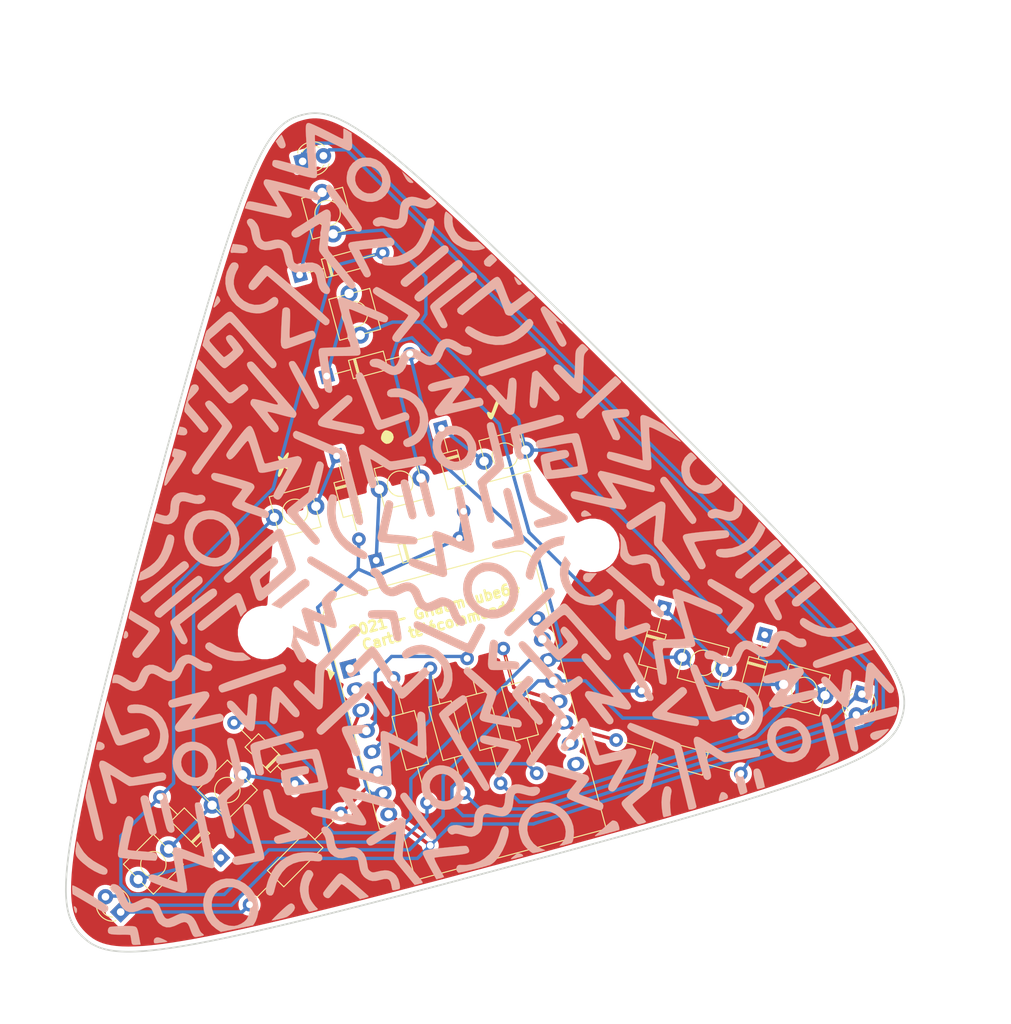
<source format=kicad_pcb>
(kicad_pcb (version 20171130) (host pcbnew 5.1.10)
  (layers (0 F.Cu signal) (31 B.Cu signal) (34 B.Paste user) (35 F.Paste user) (36 B.SilkS user hide) (37 F.SilkS user) (38 B.Mask user) (39 F.Mask user) (44 Edge.Cuts user))
  (net 0 "")
  (net 1 /L0)
  (net 2 "Net-(D0-Pad1)")
  (net 3 "Net-(D1-Pad1)")
  (net 4 "Net-(D2-Pad1)")
  (net 5 "Net-(D3-Pad1)")
  (net 6 /L1)
  (net 7 "Net-(D4-Pad1)")
  (net 8 "Net-(D5-Pad1)")
  (net 9 "Net-(D6-Pad1)")
  (net 10 /L2)
  (net 11 "Net-(D7-Pad1)")
  (net 12 "Net-(D8-Pad1)")
  (net 13 "Net-(L0-Pad1)")
  (net 14 "Net-(L1-Pad1)")
  (net 15 "Net-(L2-Pad1)")
  (net 16 "Net-(R0-Pad2)")
  (net 17 "Net-(R1-Pad2)")
  (net 18 "Net-(R2-Pad2)")
  (net 19 /C0)
  (net 20 /C1)
  (net 21 /C2)
  (net 22 "Net-(R3-Pad1)")
  (net 23 "Net-(R4-Pad1)")
  (net 24 "Net-(R5-Pad1)")
  (net 25 "Net-(L0-Pad2)")
  (module g (layer F.Cu) (at 139.4206 89.3826 15)
    (fp_text reference G*** hide)
    (fp_text value LOGO hide)
  )
  (module backsilk (layer B.Cu) (at 135.4582 103.0478 210)
    (fp_text reference G*** hide)
    (fp_text value LOGO hide)
  )
  (module spot (layer F.Cu) (at 101.1174 150.3426)
    (fp_text reference REF**)
    (fp_text value spot)
  )
  (module Diode_THT:D_DO-35_SOD27_P10.16mm_Horizontal (layer F.Cu) (at 137.8966 104.013 15)
    (fp_text reference D7)
    (fp_text value DIODE)
    (pad 2 thru_hole oval (at 10.16 0 15) (size 1.6 1.6) (drill 0.8) (layers *.Cu *.Mask) (net 10 /L2))
    (pad 1 thru_hole rect (at 0 0 15) (size 1.6 1.6) (drill 0.8) (layers *.Cu *.Mask) (net 11 "Net-(D7-Pad1)"))
  )
  (module Diode_THT:D_DO-35_SOD27_P10.16mm_Horizontal (layer F.Cu) (at 132.0546 82.2452 15)
    (fp_text reference D5)
    (fp_text value DIODE)
    (pad 2 thru_hole oval (at 10.16 0 15) (size 1.6 1.6) (drill 0.8) (layers *.Cu *.Mask) (net 6 /L1))
    (pad 1 thru_hole rect (at 0 0 15) (size 1.6 1.6) (drill 0.8) (layers *.Cu *.Mask) (net 8 "Net-(D5-Pad1)"))
  )
  (module custom_footprints:SW_PUSH_5mm_2pins (layer F.Cu) (at 111.5822 139.8778 45)
    (fp_text reference S0)
    (fp_text value SW_Push)
    (pad 1 thru_hole circle (at -2.54 0 135) (size 2 2) (drill 1.1) (layers *.Cu *.Mask) (net 2 "Net-(D0-Pad1)"))
    (pad 2 thru_hole circle (at 2.54 0 135) (size 2 2) (drill 1.1) (layers *.Cu *.Mask) (net 22 "Net-(R3-Pad1)"))
  )
  (module custom_footprints:SW_PUSH_5mm_2pins (layer F.Cu) (at 153.0858 91.6432 15)
    (fp_text reference S8)
    (fp_text value SW_Push)
    (pad 1 thru_hole circle (at -2.54 0 105) (size 2 2) (drill 1.1) (layers *.Cu *.Mask) (net 12 "Net-(D8-Pad1)"))
    (pad 2 thru_hole circle (at 2.54 0 105) (size 2 2) (drill 1.1) (layers *.Cu *.Mask) (net 24 "Net-(R5-Pad1)"))
  )
  (module custom_footprints:SW_PUSH_5mm_2pins (layer F.Cu) (at 140.716 94.9452 15)
    (fp_text reference S7)
    (fp_text value SW_Push)
    (pad 1 thru_hole circle (at -2.54 0 105) (size 2 2) (drill 1.1) (layers *.Cu *.Mask) (net 11 "Net-(D7-Pad1)"))
    (pad 2 thru_hole circle (at 2.54 0 105) (size 2 2) (drill 1.1) (layers *.Cu *.Mask) (net 23 "Net-(R4-Pad1)"))
  )
  (module custom_footprints:SW_PUSH_5mm_2pins (layer F.Cu) (at 128.3208 98.2726 195)
    (fp_text reference S6)
    (fp_text value SW_Push)
    (pad 1 thru_hole circle (at -2.54 0 285) (size 2 2) (drill 1.1) (layers *.Cu *.Mask) (net 9 "Net-(D6-Pad1)"))
    (pad 2 thru_hole circle (at 2.54 0 285) (size 2 2) (drill 1.1) (layers *.Cu *.Mask) (net 22 "Net-(R3-Pad1)"))
  )
  (module custom_footprints:SW_PUSH_5mm_2pins (layer F.Cu) (at 135.3566 74.9554 285)
    (fp_text reference S5)
    (fp_text value SW_Push)
    (pad 1 thru_hole circle (at -2.54 0 15) (size 2 2) (drill 1.1) (layers *.Cu *.Mask) (net 8 "Net-(D5-Pad1)"))
    (pad 2 thru_hole circle (at 2.54 0 15) (size 2 2) (drill 1.1) (layers *.Cu *.Mask) (net 24 "Net-(R5-Pad1)"))
  )
  (module custom_footprints:SW_PUSH_5mm_2pins (layer F.Cu) (at 176.494252 116.1004 165)
    (fp_text reference S4)
    (fp_text value SW_Push)
    (pad 1 thru_hole circle (at -2.54 0 255) (size 2 2) (drill 1.1) (layers *.Cu *.Mask) (net 7 "Net-(D4-Pad1)"))
    (pad 2 thru_hole circle (at 2.54 0 255) (size 2 2) (drill 1.1) (layers *.Cu *.Mask) (net 23 "Net-(R4-Pad1)"))
  )
  (module custom_footprints:SW_PUSH_5mm_2pins (layer F.Cu) (at 120.3198 131.1148 225)
    (fp_text reference S3)
    (fp_text value SW_Push)
    (pad 1 thru_hole circle (at -2.54 0 315) (size 2 2) (drill 1.1) (layers *.Cu *.Mask) (net 5 "Net-(D3-Pad1)"))
    (pad 2 thru_hole circle (at 2.54 0 315) (size 2 2) (drill 1.1) (layers *.Cu *.Mask) (net 22 "Net-(R3-Pad1)"))
  )
  (module custom_footprints:SW_PUSH_5mm_2pins (layer F.Cu) (at 132.1562 63.0174 285)
    (fp_text reference S2)
    (fp_text value SW_Push)
    (pad 1 thru_hole circle (at -2.54 0 15) (size 2 2) (drill 1.1) (layers *.Cu *.Mask) (net 4 "Net-(D2-Pad1)"))
    (pad 2 thru_hole circle (at 2.54 0 15) (size 2 2) (drill 1.1) (layers *.Cu *.Mask) (net 24 "Net-(R5-Pad1)"))
  )
  (module custom_footprints:SW_PUSH_5mm_2pins (layer F.Cu) (at 188.4426 119.3038 165)
    (fp_text reference S1)
    (fp_text value SW_Push)
    (pad 1 thru_hole circle (at -2.54 0 255) (size 2 2) (drill 1.1) (layers *.Cu *.Mask) (net 3 "Net-(D1-Pad1)"))
    (pad 2 thru_hole circle (at 2.54 0 255) (size 2 2) (drill 1.1) (layers *.Cu *.Mask) (net 23 "Net-(R4-Pad1)"))
  )
  (module Resistor_THT:R_Axial_DIN0207_L6.3mm_D2.5mm_P15.24mm_Horizontal (layer F.Cu) (at 148.2344 131.4704 105)
    (fp_text reference R5)
    (fp_text value R)
    (pad 2 thru_hole oval (at 15.24 0 105) (size 1.6 1.6) (drill 0.8) (layers *.Cu *.Mask) (net 21 /C2))
    (pad 1 thru_hole circle (at 0 0 105) (size 1.6 1.6) (drill 0.8) (layers *.Cu *.Mask) (net 24 "Net-(R5-Pad1)"))
  )
  (module Resistor_THT:R_Axial_DIN0207_L6.3mm_D2.5mm_P15.24mm_Horizontal (layer F.Cu) (at 152.5778 130.302 105)
    (fp_text reference R4)
    (fp_text value R)
    (pad 2 thru_hole oval (at 15.24 0 105) (size 1.6 1.6) (drill 0.8) (layers *.Cu *.Mask) (net 20 /C1))
    (pad 1 thru_hole circle (at 0 0 105) (size 1.6 1.6) (drill 0.8) (layers *.Cu *.Mask) (net 23 "Net-(R4-Pad1)"))
  )
  (module Resistor_THT:R_Axial_DIN0207_L6.3mm_D2.5mm_P15.24mm_Horizontal (layer F.Cu) (at 143.891 132.6134 105)
    (fp_text reference R3)
    (fp_text value R)
    (pad 2 thru_hole oval (at 15.24 0 105) (size 1.6 1.6) (drill 0.8) (layers *.Cu *.Mask) (net 19 /C0))
    (pad 1 thru_hole circle (at 0 0 105) (size 1.6 1.6) (drill 0.8) (layers *.Cu *.Mask) (net 22 "Net-(R3-Pad1)"))
  )
  (module Resistor_THT:R_Axial_DIN0207_L6.3mm_D2.5mm_P15.24mm_Horizontal (layer F.Cu) (at 180.9496 129.159 165)
    (fp_text reference R2)
    (fp_text value R)
    (pad 2 thru_hole oval (at 15.24 0 165) (size 1.6 1.6) (drill 0.8) (layers *.Cu *.Mask) (net 18 "Net-(R2-Pad2)"))
    (pad 1 thru_hole circle (at 0 0 165) (size 1.6 1.6) (drill 0.8) (layers *.Cu *.Mask) (net 15 "Net-(L2-Pad1)"))
  )
  (module Resistor_THT:R_Axial_DIN0207_L6.3mm_D2.5mm_P15.24mm_Horizontal (layer F.Cu) (at 156.845 129.1336 105)
    (fp_text reference R1)
    (fp_text value R)
    (pad 2 thru_hole oval (at 15.24 0 105) (size 1.6 1.6) (drill 0.8) (layers *.Cu *.Mask) (net 17 "Net-(R1-Pad2)"))
    (pad 1 thru_hole circle (at 0 0 105) (size 1.6 1.6) (drill 0.8) (layers *.Cu *.Mask) (net 14 "Net-(L1-Pad1)"))
  )
  (module Resistor_THT:R_Axial_DIN0207_L6.3mm_D2.5mm_P15.24mm_Horizontal (layer F.Cu) (at 122.936 144.653 45)
    (fp_text reference R0)
    (fp_text value R)
    (pad 2 thru_hole oval (at 15.24 0 45) (size 1.6 1.6) (drill 0.8) (layers *.Cu *.Mask) (net 16 "Net-(R0-Pad2)"))
    (pad 1 thru_hole circle (at 0 0 45) (size 1.6 1.6) (drill 0.8) (layers *.Cu *.Mask) (net 13 "Net-(L0-Pad1)"))
  )
  (module logo (layer F.Cu) (at 115.951 112.014 75)
    (fp_text reference G*** hide)
    (fp_text value LOGO hide)
  )
  (module MountingHole:MountingHole_5.3mm_M5 (layer F.Cu) (at 163.449 102.235)
    (fp_text reference H2)
    (fp_text value MountingHole)
    (pad 1 np_thru_hole circle (at 0 0) (size 5.3 5.3) (drill 5.3) (layers *.Cu *.Mask))
  )
  (module MountingHole:MountingHole_5.3mm_M5 (layer F.Cu) (at 124.714 112.522)
    (fp_text reference H1)
    (fp_text value MountingHole)
    (pad 1 np_thru_hole circle (at 0 0) (size 5.3 5.3) (drill 5.3) (layers *.Cu *.Mask))
  )
  (module outline (layer F.Cu) (at 103.124 148.336)
    (fp_text reference REF** hide)
    (fp_text value outline hide)
    (fp_curve (pts (xy 0 0) (xy 3.340025 3.339141) (xy 8.591861 3.059691) (xy 49.7922 -7.97991)) (layer Edge.Cuts) (width 0.2))
    (fp_line (start -0.000635 -0.000265) (end 0 0) (layer Edge.Cuts) (width 0.2))
    (fp_line (start -0.000761 -0.000794) (end -0.000635 -0.000265) (layer Edge.Cuts) (width 0.2))
    (fp_curve (pts (xy 7.961995 -49.730421) (xy -3.059918 -8.591217) (xy -3.338842 -3.338875) (xy -0.000761 -0.000794)) (layer Edge.Cuts) (width 0.2))
    (fp_curve (pts (xy 7.9786 -49.793524) (xy 7.972674 -49.771352) (xy 7.967914 -49.752532) (xy 7.961995 -49.730421)) (layer Edge.Cuts) (width 0.2))
    (fp_curve (pts (xy 96.90416 -25.966492) (xy 98.126684 -30.528996) (xy 95.260628 -34.935393) (xy 65.097472 -65.098544)) (layer Edge.Cuts) (width 0.2))
    (fp_curve (pts (xy 25.964605 -96.905652) (xy 21.402103 -95.683133) (xy 19.018952 -90.997678) (xy 7.978473 -49.794053)) (layer Edge.Cuts) (width 0.2))
    (fp_line (start 7.978473 -49.794053) (end 7.9786 -49.793524) (layer Edge.Cuts) (width 0.2))
    (fp_line (start 25.964568 -96.905657) (end 25.964605 -96.905652) (layer Edge.Cuts) (width 0.2))
    (fp_curve (pts (xy 49.918473 -8.01484) (xy 90.991991 -19.022921) (xy 95.683035 -21.409192) (xy 96.90416 -25.966492)) (layer Edge.Cuts) (width 0.2))
    (fp_curve (pts (xy 65.063361 -65.132083) (xy 34.935014 -95.259295) (xy 30.525535 -98.127458) (xy 25.965097 -96.905783)) (layer Edge.Cuts) (width 0.2))
    (fp_curve (pts (xy 49.7922 -7.97991) (xy 49.836621 -7.991816) (xy 49.874118 -8.002955) (xy 49.918473 -8.01484)) (layer Edge.Cuts) (width 0.2))
    (fp_line (start 65.097472 -65.098544) (end 65.096943 -65.098663) (layer Edge.Cuts) (width 0.2))
    (fp_line (start 25.965097 -96.905783) (end 25.964568 -96.905657) (layer Edge.Cuts) (width 0.2))
    (fp_curve (pts (xy 65.096943 -65.098663) (xy 65.084454 -65.111151) (xy 65.075855 -65.119618) (xy 65.063361 -65.132083)) (layer Edge.Cuts) (width 0.2))
  )
  (module Diode_THT:D_DO-35_SOD27_P10.16mm_Horizontal (layer F.Cu) (at 145.5928 88.392 285)
    (fp_text reference D8)
    (fp_text value DIODE)
    (pad 2 thru_hole oval (at 10.16 0 285) (size 1.6 1.6) (drill 0.8) (layers *.Cu *.Mask) (net 10 /L2))
    (pad 1 thru_hole rect (at 0 0 285) (size 1.6 1.6) (drill 0.8) (layers *.Cu *.Mask) (net 12 "Net-(D8-Pad1)"))
  )
  (module Diode_THT:D_DO-35_SOD27_P10.16mm_Horizontal (layer F.Cu) (at 133.223 91.694 285)
    (fp_text reference D6)
    (fp_text value DIODE)
    (pad 2 thru_hole oval (at 10.16 0 285) (size 1.6 1.6) (drill 0.8) (layers *.Cu *.Mask) (net 10 /L2))
    (pad 1 thru_hole rect (at 0 0 285) (size 1.6 1.6) (drill 0.8) (layers *.Cu *.Mask) (net 9 "Net-(D6-Pad1)"))
  )
  (module Diode_THT:D_DO-35_SOD27_P10.16mm_Horizontal (layer F.Cu) (at 171.831 109.601 255)
    (fp_text reference D4)
    (fp_text value DIODE)
    (pad 2 thru_hole oval (at 10.16 0 255) (size 1.6 1.6) (drill 0.8) (layers *.Cu *.Mask) (net 6 /L1))
    (pad 1 thru_hole rect (at 0 0 255) (size 1.6 1.6) (drill 0.8) (layers *.Cu *.Mask) (net 7 "Net-(D4-Pad1)"))
  )
  (module Diode_THT:D_DO-35_SOD27_P10.16mm_Horizontal (layer F.Cu) (at 128.2954 130.3528 135)
    (fp_text reference D3)
    (fp_text value DIODE)
    (pad 2 thru_hole oval (at 10.16 0 135) (size 1.6 1.6) (drill 0.8) (layers *.Cu *.Mask) (net 6 /L1))
    (pad 1 thru_hole rect (at 0 0 135) (size 1.6 1.6) (drill 0.8) (layers *.Cu *.Mask) (net 5 "Net-(D3-Pad1)"))
  )
  (module Diode_THT:D_DO-35_SOD27_P10.16mm_Horizontal (layer F.Cu) (at 128.8542 70.3072 15)
    (fp_text reference D2)
    (fp_text value DIODE)
    (pad 2 thru_hole oval (at 10.16 0 15) (size 1.6 1.6) (drill 0.8) (layers *.Cu *.Mask) (net 1 /L0))
    (pad 1 thru_hole rect (at 0 0 15) (size 1.6 1.6) (drill 0.8) (layers *.Cu *.Mask) (net 4 "Net-(D2-Pad1)"))
  )
  (module Diode_THT:D_DO-35_SOD27_P10.16mm_Horizontal (layer F.Cu) (at 183.769 112.8014 255)
    (fp_text reference D1)
    (fp_text value DIODE)
    (pad 2 thru_hole oval (at 10.16 0 255) (size 1.6 1.6) (drill 0.8) (layers *.Cu *.Mask) (net 1 /L0))
    (pad 1 thru_hole rect (at 0 0 255) (size 1.6 1.6) (drill 0.8) (layers *.Cu *.Mask) (net 3 "Net-(D1-Pad1)"))
  )
  (module Diode_THT:D_DO-35_SOD27_P10.16mm_Horizontal (layer F.Cu) (at 119.5324 139.1158 135)
    (fp_text reference D0)
    (fp_text value DIODE)
    (pad 2 thru_hole oval (at 10.16 0 135) (size 1.6 1.6) (drill 0.8) (layers *.Cu *.Mask) (net 1 /L0))
    (pad 1 thru_hole rect (at 0 0 135) (size 1.6 1.6) (drill 0.8) (layers *.Cu *.Mask) (net 2 "Net-(D0-Pad1)"))
  )
  (module LED_THT:LED_D3.0mm (layer F.Cu) (at 107.7214 145.5166 135)
    (fp_text reference L0)
    (fp_text value LED)
    (pad 1 thru_hole rect (at 0 0 135) (size 1.8 1.8) (drill 0.9) (layers *.Cu *.Mask) (net 13 "Net-(L0-Pad1)"))
    (pad 2 thru_hole circle (at 2.54 0 135) (size 1.8 1.8) (drill 0.9) (layers *.Cu *.Mask) (net 25 "Net-(L0-Pad2)"))
  )
  (module LED_THT:LED_D3.0mm (layer F.Cu) (at 195.2468 119.796748 255)
    (fp_text reference L1)
    (fp_text value LED)
    (pad 2 thru_hole circle (at 2.54 0 255) (size 1.8 1.8) (drill 0.9) (layers *.Cu *.Mask) (net 25 "Net-(L0-Pad2)"))
    (pad 1 thru_hole rect (at 0 0 255) (size 1.8 1.8) (drill 0.9) (layers *.Cu *.Mask) (net 14 "Net-(L1-Pad1)"))
  )
  (module LED_THT:LED_D3.0mm (layer F.Cu) (at 129.2098 56.896 15)
    (fp_text reference L2)
    (fp_text value LED)
    (pad 2 thru_hole circle (at 2.54 0 15) (size 1.8 1.8) (drill 0.9) (layers *.Cu *.Mask) (net 25 "Net-(L0-Pad2)"))
    (pad 1 thru_hole rect (at 0 0 15) (size 1.8 1.8) (drill 0.9) (layers *.Cu *.Mask) (net 15 "Net-(L2-Pad1)"))
  )
  (module Module:WEMOS_D1_mini_light (layer F.Cu) (at 134.7724 116.7892 15)
    (fp_text reference U1 hide)
    (fp_text value WeMos_D1_mini)
    (pad 16 thru_hole oval (at 22.86 0 15) (size 2 1.6) (drill 1) (layers *.Cu *.Mask))
    (pad 15 thru_hole oval (at 22.86 2.54 15) (size 2 1.6) (drill 1) (layers *.Cu *.Mask))
    (pad 14 thru_hole oval (at 22.86 5.08 15) (size 2 1.6) (drill 1) (layers *.Cu *.Mask) (net 6 /L1))
    (pad 13 thru_hole oval (at 22.86 7.62 15) (size 2 1.6) (drill 1) (layers *.Cu *.Mask) (net 1 /L0))
    (pad 12 thru_hole oval (at 22.86 10.16 15) (size 2 1.6) (drill 1) (layers *.Cu *.Mask) (net 17 "Net-(R1-Pad2)"))
    (pad 11 thru_hole oval (at 22.86 12.7 15) (size 2 1.6) (drill 1) (layers *.Cu *.Mask) (net 18 "Net-(R2-Pad2)"))
    (pad 10 thru_hole oval (at 22.86 15.24 15) (size 2 1.6) (drill 1) (layers *.Cu *.Mask))
    (pad 9 thru_hole oval (at 22.86 17.78 15) (size 2 1.6) (drill 1) (layers *.Cu *.Mask))
    (pad 8 thru_hole oval (at 0 17.78 15) (size 2 1.6) (drill 1) (layers *.Cu *.Mask) (net 25 "Net-(L0-Pad2)"))
    (pad 7 thru_hole oval (at 0 15.24 15) (size 2 1.6) (drill 1) (layers *.Cu *.Mask) (net 10 /L2))
    (pad 6 thru_hole oval (at 0 12.7 15) (size 2 1.6) (drill 1) (layers *.Cu *.Mask) (net 21 /C2))
    (pad 5 thru_hole oval (at 0 10.16 15) (size 2 1.6) (drill 1) (layers *.Cu *.Mask) (net 19 /C0))
    (pad 4 thru_hole oval (at 0 7.62 15) (size 2 1.6) (drill 1) (layers *.Cu *.Mask) (net 20 /C1))
    (pad 3 thru_hole oval (at 0 5.08 15) (size 2 1.6) (drill 1) (layers *.Cu *.Mask) (net 16 "Net-(R0-Pad2)"))
    (pad 1 thru_hole rect (at 0 0 15) (size 2 2) (drill 1) (layers *.Cu *.Mask))
    (pad 2 thru_hole oval (at 0 2.54 15) (size 2 1.6) (drill 1) (layers *.Cu *.Mask))
  )
  (gr_text "2021 - GHaumCube64\nCarte télécommande" (at 145.034 110.744 15) (layer F.SilkS) (effects (font (size 1.2 1.2) (thickness 0.3))))
  (segment (start 181.139399 122.615206) (end 166.995594 122.615206) (width 0.4) (layer B.Cu) (net 1))
  (segment (start 125.73 95.504) (end 132.8674 69.2404) (width 0.4) (layer B.Cu) (net 1))
  (segment (start 132.8674 69.2404) (end 138.668006 67.677599) (width 0.4) (layer B.Cu) (net 1))
  (segment (start 113.973795 107.260205) (end 125.73 95.504) (width 0.4) (layer B.Cu) (net 1))
  (segment (start 113.973795 130.305995) (end 112.348195 131.931595) (width 0.4) (layer B.Cu) (net 1))
  (segment (start 113.973795 126.953195) (end 113.973795 130.305995) (width 0.4) (layer B.Cu) (net 1))
  (segment (start 113.973795 126.953195) (end 113.973795 107.260205) (width 0.4) (layer B.Cu) (net 1))
  (segment (start 162.613339 118.232951) (end 163.706294 119.325906) (width 0.4) (layer B.Cu) (net 1))
  (segment (start 158.825666 118.232951) (end 162.613339 118.232951) (width 0.4) (layer B.Cu) (net 1))
  (segment (start 166.995594 122.615206) (end 163.706294 119.325906) (width 0.4) (layer B.Cu) (net 1))
  (segment (start 145.796 129.453458) (end 157.016507 118.232951) (width 0.4) (layer B.Cu) (net 1))
  (segment (start 145.796 134.1882) (end 145.796 129.453458) (width 0.4) (layer B.Cu) (net 1))
  (segment (start 141.8082 138.176) (end 145.796 134.1882) (width 0.4) (layer B.Cu) (net 1))
  (segment (start 125.222 138.176) (end 141.8082 138.176) (width 0.4) (layer B.Cu) (net 1))
  (segment (start 119.943248 143.454752) (end 125.222 138.176) (width 0.4) (layer B.Cu) (net 1))
  (segment (start 108.912272 143.454752) (end 119.943248 143.454752) (width 0.4) (layer B.Cu) (net 1))
  (segment (start 157.016507 118.232951) (end 158.825666 118.232951) (width 0.4) (layer B.Cu) (net 1))
  (segment (start 107.7468 142.28928) (end 108.912272 143.454752) (width 0.4) (layer B.Cu) (net 1))
  (segment (start 107.7468 136.53299) (end 107.7468 142.28928) (width 0.4) (layer B.Cu) (net 1))
  (segment (start 112.348195 131.931595) (end 107.7468 136.53299) (width 0.4) (layer B.Cu) (net 1))
  (segment (start 109.786149 141.673851) (end 119.5324 139.1158) (width 0.4) (layer B.Cu) (net 2))
  (segment (start 190.896052 119.928452) (end 190.896052 119.9612) (width 0.4) (layer B.Cu) (net 3))
  (segment (start 183.769 112.8014) (end 190.896052 119.928452) (width 0.4) (layer B.Cu) (net 3))
  (segment (start 128.8542 70.3072) (end 131.4988 60.563948) (width 0.4) (layer B.Cu) (net 4))
  (segment (start 128.2954 130.3528) (end 122.115851 129.318749) (width 0.4) (layer B.Cu) (net 5))
  (segment (start 169.201399 119.414806) (end 166.709606 119.414806) (width 0.4) (layer B.Cu) (net 6))
  (segment (start 163.0743 115.7795) (end 164.6682 117.3734) (width 0.4) (layer B.Cu) (net 6))
  (segment (start 158.168265 115.7795) (end 163.0743 115.7795) (width 0.4) (layer B.Cu) (net 6))
  (segment (start 166.709606 119.414806) (end 164.6682 117.3734) (width 0.4) (layer B.Cu) (net 6))
  (segment (start 159.766 113.792) (end 158.168265 115.7795) (width 0.4) (layer B.Cu) (net 6))
  (segment (start 156.718 102.616) (end 159.766 113.792) (width 0.4) (layer B.Cu) (net 6))
  (segment (start 144.78 91.694) (end 156.718 102.616) (width 0.4) (layer B.Cu) (net 6))
  (segment (start 141.868406 79.615599) (end 144.78 91.694) (width 0.4) (layer B.Cu) (net 6))
  (segment (start 131.7498 135.1026) (end 131.7498 129.9972) (width 0.4) (layer B.Cu) (net 6))
  (segment (start 132.8166 136.1694) (end 131.7498 135.1026) (width 0.4) (layer B.Cu) (net 6))
  (segment (start 124.921195 123.168595) (end 121.111195 123.168595) (width 0.4) (layer B.Cu) (net 6))
  (segment (start 140.1826 136.1694) (end 132.8166 136.1694) (width 0.4) (layer B.Cu) (net 6))
  (segment (start 131.7498 129.9972) (end 124.921195 123.168595) (width 0.4) (layer B.Cu) (net 6))
  (segment (start 141.986 134.366) (end 140.1826 136.1694) (width 0.4) (layer B.Cu) (net 6))
  (segment (start 141.986 129.794) (end 141.986 134.366) (width 0.4) (layer B.Cu) (net 6))
  (segment (start 156.0005 115.7795) (end 141.986 129.794) (width 0.4) (layer B.Cu) (net 6))
  (segment (start 158.168265 115.7795) (end 156.0005 115.7795) (width 0.4) (layer B.Cu) (net 6))
  (segment (start 178.947704 116.717704) (end 178.947704 116.7578) (width 0.4) (layer B.Cu) (net 7))
  (segment (start 171.831 109.601) (end 178.947704 116.717704) (width 0.4) (layer B.Cu) (net 7))
  (segment (start 134.6992 72.501948) (end 132.0546 82.2452) (width 0.4) (layer B.Cu) (net 8))
  (segment (start 130.774252 97.6152) (end 133.223 91.694) (width 0.4) (layer B.Cu) (net 9))
  (segment (start 148.222401 98.205806) (end 147.710406 101.383399) (width 0.4) (layer B.Cu) (net 10))
  (segment (start 137.795 105.918) (end 135.763 105.029) (width 0.4) (layer B.Cu) (net 10))
  (segment (start 147.710406 101.383399) (end 137.795 105.918) (width 0.4) (layer B.Cu) (net 10))
  (segment (start 135.763 105.029) (end 130.972429 109.565571) (width 0.4) (layer B.Cu) (net 10))
  (segment (start 135.852601 101.507806) (end 135.763 105.029) (width 0.4) (layer B.Cu) (net 10))
  (segment (start 137.315602 131.50991) (end 136.824346 131.018654) (width 0.4) (layer B.Cu) (net 10))
  (segment (start 138.716802 131.50991) (end 137.315602 131.50991) (width 0.4) (layer B.Cu) (net 10))
  (segment (start 130.972429 109.565571) (end 136.824346 131.018654) (width 0.4) (layer B.Cu) (net 10))
  (segment (start 137.8966 104.013) (end 138.262548 95.6026) (width 0.4) (layer B.Cu) (net 11))
  (segment (start 145.5928 88.392) (end 150.632348 92.3006) (width 0.4) (layer B.Cu) (net 12))
  (segment (start 122.0724 145.5166) (end 122.936 144.653) (width 0.4) (layer B.Cu) (net 13))
  (segment (start 117.6274 145.5166) (end 122.0724 145.5166) (width 0.4) (layer B.Cu) (net 13))
  (segment (start 107.7214 145.5166) (end 117.6274 145.5166) (width 0.4) (layer B.Cu) (net 13))
  (segment (start 195.2468 119.796748) (end 195.2468 119.7072) (width 0.4) (layer B.Cu) (net 14))
  (segment (start 191.71104 122.908558) (end 191.463766 122.988233) (width 0.4) (layer B.Cu) (net 14))
  (segment (start 194.912398 119.7072) (end 191.71104 122.908558) (width 0.4) (layer B.Cu) (net 14))
  (segment (start 195.2468 119.7072) (end 194.912398 119.7072) (width 0.4) (layer B.Cu) (net 14))
  (segment (start 155.7274 128.016) (end 155.0162 128.016) (width 0.4) (layer B.Cu) (net 14))
  (segment (start 156.845 129.1336) (end 155.7274 128.016) (width 0.4) (layer B.Cu) (net 14))
  (segment (start 148.14541 134.15001) (end 146.834399 132.838999) (width 0.4) (layer B.Cu) (net 14))
  (segment (start 146.834399 130.798399) (end 149.616798 128.016) (width 0.4) (layer B.Cu) (net 14))
  (segment (start 191.463767 122.988233) (end 156.822945 134.15001) (width 0.4) (layer B.Cu) (net 14))
  (segment (start 146.834399 132.838999) (end 146.834399 130.798399) (width 0.4) (layer B.Cu) (net 14))
  (segment (start 149.616798 128.016) (end 155.0162 128.016) (width 0.4) (layer B.Cu) (net 14))
  (segment (start 156.822945 134.15001) (end 148.14541 134.15001) (width 0.4) (layer B.Cu) (net 14))
  (segment (start 181.863346 127.762654) (end 180.9496 129.159) (width 0.4) (layer B.Cu) (net 15))
  (segment (start 196.132493 123.361493) (end 181.863346 127.762654) (width 0.4) (layer B.Cu) (net 15))
  (segment (start 196.132493 123.353976) (end 196.132493 123.361493) (width 0.4) (layer B.Cu) (net 15))
  (segment (start 197.7644 121.722069) (end 196.132493 123.353976) (width 0.4) (layer B.Cu) (net 15))
  (segment (start 197.7644 117.7544) (end 197.7644 121.722069) (width 0.4) (layer B.Cu) (net 15))
  (segment (start 134.748599 54.738599) (end 136.0932 56.0832) (width 0.4) (layer B.Cu) (net 15))
  (segment (start 130.435453 54.738599) (end 134.748599 54.738599) (width 0.4) (layer B.Cu) (net 15))
  (segment (start 129.2098 55.964252) (end 130.435453 54.738599) (width 0.4) (layer B.Cu) (net 15))
  (segment (start 129.2098 56.896) (end 129.2098 55.964252) (width 0.4) (layer B.Cu) (net 15))
  (segment (start 136.0932 56.0832) (end 197.7644 117.7544) (width 0.4) (layer B.Cu) (net 15))
  (segment (start 135.037731 124.169269) (end 136.087201 121.696103) (width 0.4) (layer F.Cu) (net 16))
  (segment (start 136.823115 130.816685) (end 135.037731 124.169269) (width 0.4) (layer F.Cu) (net 16))
  (segment (start 133.712307 133.876693) (end 136.823115 130.816685) (width 0.4) (layer F.Cu) (net 16))
  (segment (start 154.135957 119.015643) (end 159.483066 120.686403) (width 0.4) (layer F.Cu) (net 17))
  (segment (start 152.900598 114.41289) (end 154.135957 119.015643) (width 0.4) (layer F.Cu) (net 17))
  (segment (start 160.289689 123.139855) (end 160.903817 123.753983) (width 0.4) (layer F.Cu) (net 18))
  (segment (start 160.140466 123.139855) (end 160.289689 123.139855) (width 0.4) (layer F.Cu) (net 18))
  (segment (start 166.22889 125.214598) (end 160.903817 123.753983) (width 0.4) (layer F.Cu) (net 18))
  (segment (start 139.946598 124.058409) (end 137.402001 126.603006) (width 0.4) (layer B.Cu) (net 19))
  (segment (start 139.946598 122.903198) (end 139.946598 124.058409) (width 0.4) (layer B.Cu) (net 19))
  (segment (start 139.946598 117.89269) (end 139.946598 122.903198) (width 0.4) (layer B.Cu) (net 19))
  (segment (start 139.717111 115.349689) (end 148.401797 115.349689) (width 0.4) (layer B.Cu) (net 20))
  (segment (start 137.782781 117.284019) (end 139.717111 115.349689) (width 0.4) (layer B.Cu) (net 20))
  (segment (start 148.401797 115.349689) (end 148.633398 115.58129) (width 0.4) (layer B.Cu) (net 20))
  (segment (start 137.782781 123.111375) (end 137.782781 117.284019) (width 0.4) (layer B.Cu) (net 20))
  (segment (start 136.744601 124.149555) (end 137.782781 123.111375) (width 0.4) (layer B.Cu) (net 20))
  (segment (start 144.289998 122.825862) (end 138.059402 129.056458) (width 0.4) (layer B.Cu) (net 21))
  (segment (start 144.289998 121.379198) (end 144.289998 122.825862) (width 0.4) (layer B.Cu) (net 21))
  (segment (start 144.289998 116.74969) (end 144.289998 121.379198) (width 0.4) (layer B.Cu) (net 21))
  (segment (start 116.322974 108.474374) (end 125.867348 98.93) (width 0.4) (layer B.Cu) (net 22))
  (segment (start 118.523749 132.936251) (end 118.523749 132.910851) (width 0.4) (layer B.Cu) (net 22))
  (segment (start 113.378251 138.081749) (end 118.523749 132.936251) (width 0.4) (layer B.Cu) (net 22))
  (segment (start 116.322974 130.710076) (end 118.523749 132.910851) (width 0.4) (layer B.Cu) (net 22))
  (segment (start 116.322974 126.000374) (end 116.322974 130.710076) (width 0.4) (layer B.Cu) (net 22))
  (segment (start 116.322974 126.000374) (end 116.322974 108.474374) (width 0.4) (layer B.Cu) (net 22))
  (segment (start 121.127249 135.514351) (end 118.523749 132.910851) (width 0.4) (layer B.Cu) (net 22))
  (segment (start 122.883533 137.270635) (end 121.127249 135.514351) (width 0.4) (layer B.Cu) (net 22))
  (segment (start 140.808565 137.270635) (end 122.883533 137.270635) (width 0.4) (layer B.Cu) (net 22))
  (segment (start 143.891 134.1882) (end 140.808565 137.270635) (width 0.4) (layer B.Cu) (net 22))
  (segment (start 143.891 132.6134) (end 143.891 134.1882) (width 0.4) (layer B.Cu) (net 22))
  (segment (start 177.2442 118.6464) (end 176.2252 117.6274) (width 0.4) (layer B.Cu) (net 23))
  (segment (start 185.989148 118.6464) (end 177.2442 118.6464) (width 0.4) (layer B.Cu) (net 23))
  (segment (start 174.0408 115.443) (end 176.2252 117.6274) (width 0.4) (layer B.Cu) (net 23))
  (segment (start 139.7 80.264) (end 143.169452 94.2878) (width 0.4) (layer B.Cu) (net 23))
  (segment (start 140.3604 78.1812) (end 139.7 80.264) (width 0.4) (layer B.Cu) (net 23))
  (segment (start 142.113 77.724) (end 140.3604 78.1812) (width 0.4) (layer B.Cu) (net 23))
  (segment (start 152.139964 87.636036) (end 142.113 77.724) (width 0.4) (layer B.Cu) (net 23))
  (segment (start 152.4 87.884) (end 152.139964 87.636036) (width 0.4) (layer B.Cu) (net 23))
  (segment (start 155.956 100.711) (end 152.4 87.884) (width 0.4) (layer B.Cu) (net 23))
  (segment (start 170.696076 115.443) (end 155.956 100.711) (width 0.4) (layer B.Cu) (net 23))
  (segment (start 174.0408 115.443) (end 170.696076 115.443) (width 0.4) (layer B.Cu) (net 23))
  (segment (start 181.008674 124.67599) (end 156.4894 132.5372) (width 0.4) (layer B.Cu) (net 23))
  (segment (start 181.164971 124.625629) (end 181.008674 124.67599) (width 0.4) (layer B.Cu) (net 23))
  (segment (start 185.989148 119.801452) (end 181.164971 124.625629) (width 0.4) (layer B.Cu) (net 23))
  (segment (start 185.989148 118.6464) (end 185.989148 119.801452) (width 0.4) (layer B.Cu) (net 23))
  (segment (start 154.813 132.5372) (end 152.5778 130.302) (width 0.4) (layer B.Cu) (net 23))
  (segment (start 156.4894 132.5372) (end 154.813 132.5372) (width 0.4) (layer B.Cu) (net 23))
  (segment (start 140.638796 75.868796) (end 143.178796 75.868796) (width 0.4) (layer B.Cu) (net 24))
  (segment (start 139.840056 75.868796) (end 140.638796 75.868796) (width 0.4) (layer B.Cu) (net 24))
  (segment (start 136.014 77.408852) (end 139.840056 75.868796) (width 0.4) (layer B.Cu) (net 24))
  (segment (start 154.686 87.376) (end 143.178796 75.868796) (width 0.4) (layer B.Cu) (net 24))
  (segment (start 154.686 87.376) (end 155.539252 90.9858) (width 0.4) (layer B.Cu) (net 24))
  (segment (start 150.114 133.35) (end 148.2344 131.4704) (width 0.4) (layer B.Cu) (net 24))
  (segment (start 156.6926 133.35) (end 150.114 133.35) (width 0.4) (layer B.Cu) (net 24))
  (segment (start 181.134376 125.476) (end 156.6926 133.35) (width 0.4) (layer B.Cu) (net 24))
  (segment (start 187.589149 120.124385) (end 182.761967 124.951567) (width 0.4) (layer B.Cu) (net 24))
  (segment (start 187.589149 117.878399) (end 187.589149 120.124385) (width 0.4) (layer B.Cu) (net 24))
  (segment (start 185.66175 115.951) (end 187.589149 117.878399) (width 0.4) (layer B.Cu) (net 24))
  (segment (start 182.761967 124.951567) (end 181.134376 125.476) (width 0.4) (layer B.Cu) (net 24))
  (segment (start 183.896 115.951) (end 185.66175 115.951) (width 0.4) (layer B.Cu) (net 24))
  (segment (start 158.9308 90.9858) (end 183.896 115.951) (width 0.4) (layer B.Cu) (net 24))
  (segment (start 155.539252 90.9858) (end 158.9308 90.9858) (width 0.4) (layer B.Cu) (net 24))
  (segment (start 143.764 74.93) (end 143.178796 75.868796) (width 0.4) (layer B.Cu) (net 24))
  (segment (start 143.764 70.5866) (end 143.764 74.93) (width 0.4) (layer B.Cu) (net 24))
  (segment (start 138.7094 64.9986) (end 143.764 70.5866) (width 0.4) (layer B.Cu) (net 24))
  (segment (start 132.8136 65.470852) (end 138.7094 64.9986) (width 0.4) (layer B.Cu) (net 24))
  (via (at 144.272 137.668) (size 1) (drill 0.8) (layers F.Cu B.Cu) (net 25))
  (segment (start 156.464 135.128) (end 146.812 135.128) (width 0.4) (layer B.Cu) (net 25))
  (segment (start 156.718 135.024338) (end 156.464 135.128) (width 0.4) (layer B.Cu) (net 25))
  (segment (start 192.372279 123.53601) (end 156.718 135.024338) (width 0.4) (layer B.Cu) (net 25))
  (segment (start 146.812 135.128) (end 144.272 137.668) (width 0.4) (layer B.Cu) (net 25))
  (segment (start 194.5894 122.2502) (end 192.372279 123.53601) (width 0.4) (layer B.Cu) (net 25))
  (segment (start 107.969934 143.643798) (end 106.0021 143.643798) (width 0.4) (layer B.Cu) (net 25))
  (segment (start 106.0021 143.643798) (end 105.925349 143.720549) (width 0.4) (layer B.Cu) (net 25))
  (segment (start 109.042726 144.71659) (end 107.969934 143.643798) (width 0.4) (layer B.Cu) (net 25))
  (segment (start 120.800408 144.71659) (end 109.042726 144.71659) (width 0.4) (layer B.Cu) (net 25))
  (segment (start 126.324998 139.192) (end 120.800408 144.71659) (width 0.4) (layer B.Cu) (net 25))
  (segment (start 142.748 139.192) (end 126.324998 139.192) (width 0.4) (layer B.Cu) (net 25))
  (segment (start 144.272 137.668) (end 142.748 139.192) (width 0.4) (layer B.Cu) (net 25))
  (segment (start 144.272 137.668) (end 139.374203 133.963361) (width 0.4) (layer F.Cu) (net 25))
  (segment (start 132.363243 55.538609) (end 131.663252 56.2386) (width 0.4) (layer B.Cu) (net 25))
  (segment (start 134.417225 55.538609) (end 132.363243 55.538609) (width 0.4) (layer B.Cu) (net 25))
  (segment (start 196.94908 118.070464) (end 134.417225 55.538609) (width 0.4) (layer B.Cu) (net 25))
  (segment (start 196.94908 121.031) (end 196.94908 118.070464) (width 0.4) (layer B.Cu) (net 25))
  (segment (start 194.5894 122.2502) (end 196.94908 121.031) (width 0.4) (layer B.Cu) (net 25))
  (zone (net 0) (net_name "") (layer F.Cu) (connect_pads (clearance 0.508)) (min_thickness 0.4) (fill yes (arc_segments 32) (thermal_gap 0.508) (thermal_bridge_width 0.508) (smoothing fillet) (radius 0.5))
    (polygon (pts (xy 212.852 125.476) (xy 93.472 158.75) (xy 125.476 37.846)))
  )
  (zone (net 0) (net_name "") (layer F.Cu) (connect_pads (clearance 0.508)) (min_thickness 0.254)
    (keepout (tracks allowed) (vias allowed) (copperpour not_allowed))
    (fill (arc_segments 32) (thermal_gap 0.508) (thermal_bridge_width 0.508))
    (polygon (pts (xy 163.478992 102.235) (xy 157.509992 113.155128) (xy 159.541992 120.927528) (xy 154.309592 119.276528) (xy 152.912592 114.450528) (xy 135.488192 119.073328) (xy 124.743992 112.596328) (xy 125.912392 98.956528) (xy 155.579592 91.006328)))
  )
)
</source>
